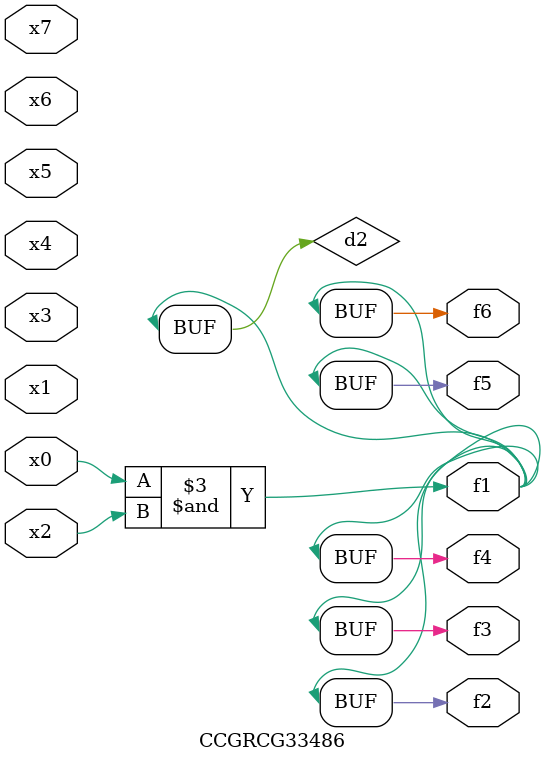
<source format=v>
module CCGRCG33486(
	input x0, x1, x2, x3, x4, x5, x6, x7,
	output f1, f2, f3, f4, f5, f6
);

	wire d1, d2;

	nor (d1, x3, x6);
	and (d2, x0, x2);
	assign f1 = d2;
	assign f2 = d2;
	assign f3 = d2;
	assign f4 = d2;
	assign f5 = d2;
	assign f6 = d2;
endmodule

</source>
